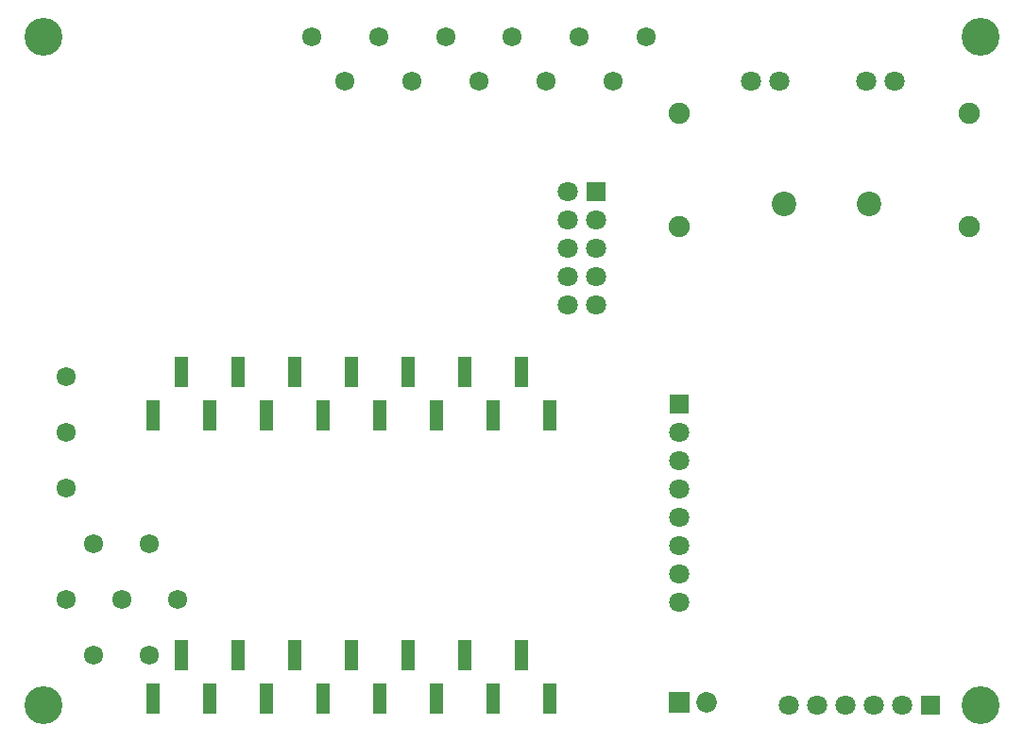
<source format=gts>
G04*
G04 #@! TF.GenerationSoftware,Altium Limited,Altium Designer,21.4.1 (30)*
G04*
G04 Layer_Color=8388736*
%FSLAX44Y44*%
%MOMM*%
G71*
G04*
G04 #@! TF.SameCoordinates,02D7BDB2-D434-4152-92C4-171F5B89420C*
G04*
G04*
G04 #@! TF.FilePolarity,Negative*
G04*
G01*
G75*
%ADD12R,1.2200X2.7000*%
%ADD13C,1.7240*%
%ADD14C,1.8000*%
%ADD15R,1.8000X1.8000*%
%ADD16C,1.8500*%
%ADD17R,1.8500X1.8500*%
%ADD18R,1.8000X1.8000*%
%ADD19C,2.2000*%
%ADD20C,1.9000*%
%ADD21C,3.4000*%
D12*
X458243Y329277D02*
D03*
X407443D02*
D03*
X356643D02*
D03*
X305843D02*
D03*
X255043D02*
D03*
X204243D02*
D03*
X153443D02*
D03*
X483643Y290277D02*
D03*
X432843D02*
D03*
X382043D02*
D03*
X331243D02*
D03*
X280443D02*
D03*
X229643D02*
D03*
X178843D02*
D03*
X128043D02*
D03*
X458243Y75277D02*
D03*
X407443D02*
D03*
X356643D02*
D03*
X305843D02*
D03*
X255043D02*
D03*
X204243D02*
D03*
X153443D02*
D03*
X483643Y36277D02*
D03*
X432843D02*
D03*
X382043D02*
D03*
X331243D02*
D03*
X280443D02*
D03*
X229643D02*
D03*
X178843D02*
D03*
X128043D02*
D03*
D13*
X540000Y590000D02*
D03*
X480000D02*
D03*
X420000D02*
D03*
X360000D02*
D03*
X300000D02*
D03*
X570000Y630000D02*
D03*
X510000D02*
D03*
X450000D02*
D03*
X390000D02*
D03*
X330000D02*
D03*
X270000D02*
D03*
X149643Y125119D02*
D03*
X124643Y75119D02*
D03*
Y175119D02*
D03*
X99643Y125119D02*
D03*
X74643Y75119D02*
D03*
X49643Y125119D02*
D03*
X74643Y175119D02*
D03*
X49643Y225119D02*
D03*
Y275119D02*
D03*
Y325119D02*
D03*
D14*
X499643Y491077D02*
D03*
Y465677D02*
D03*
Y440277D02*
D03*
Y414877D02*
D03*
Y389477D02*
D03*
X525043Y465677D02*
D03*
Y440277D02*
D03*
Y414877D02*
D03*
Y389477D02*
D03*
X799643Y30277D02*
D03*
X774243D02*
D03*
X748843D02*
D03*
X723443D02*
D03*
X698043D02*
D03*
X599643Y122477D02*
D03*
Y147877D02*
D03*
Y173277D02*
D03*
Y198677D02*
D03*
Y224077D02*
D03*
Y249477D02*
D03*
Y274877D02*
D03*
X664243Y590277D02*
D03*
X689643D02*
D03*
X766943D02*
D03*
X792343D02*
D03*
D15*
X525043Y491077D02*
D03*
X599643Y300277D02*
D03*
D16*
X624163Y33137D02*
D03*
D17*
X599163D02*
D03*
D18*
X825043Y30277D02*
D03*
D19*
X693643Y480277D02*
D03*
X769643D02*
D03*
D20*
X859643Y459277D02*
D03*
Y561277D02*
D03*
X599643D02*
D03*
Y459277D02*
D03*
D21*
X869643Y630119D02*
D03*
Y30119D02*
D03*
X29643D02*
D03*
Y630119D02*
D03*
M02*

</source>
